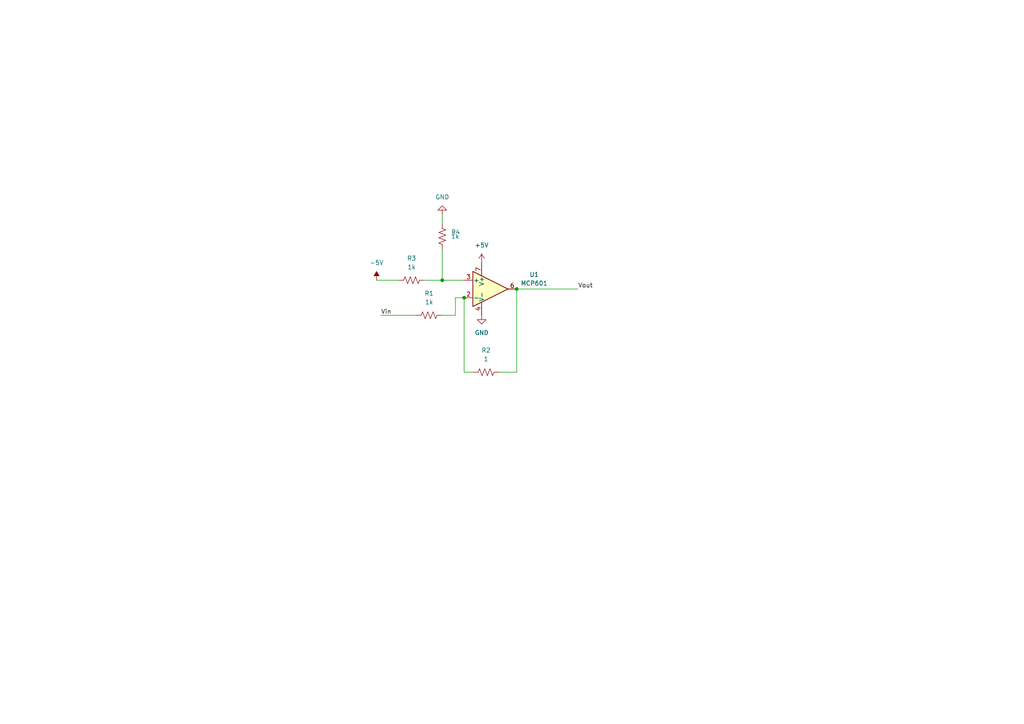
<source format=kicad_sch>
(kicad_sch (version 20230121) (generator eeschema)
  (paper "A4")
  (title_block (title "Inverted Offset Amplifier for Lab 2") (date "2024-02-06") (rev "1") (company "E80 Team 36"))
  (lib_symbols
    (symbol "Amplifier_Operational:MCP601-xP" (pin_names (offset 0.127))
      (property "Reference" "U" (at 0 6.35 0))
      (property "Value" "MCP601-xP" (at 0 3.81 0))
      (symbol "MCP601-xP_0_1"
        (polyline (pts (xy -5.08 5.08) (xy 5.08 0) (xy -5.08 -5.08) (xy -5.08 5.08)) (stroke (width 0.254)) (fill (type background)))
      )
      (symbol "MCP601-xP_1_1"
        (pin no_connect line (at -5.08 -2.54 90) (length 2.54) hide (name "NC") (number "1"))
        (pin input line (at -7.62 -2.54 0) (length 2.54) (name "-") (number "2"))
        (pin input line (at -7.62 2.54 0) (length 2.54) (name "+") (number "3"))
        (pin power_in line (at -2.54 -7.62 90) (length 3.81) (name "V-") (number "4"))
        (pin no_connect line (at -2.54 -2.54 90) (length 2.54) hide (name "NC") (number "5"))
        (pin output line (at 7.62 0 180) (length 2.54) (name "~") (number "6"))
        (pin power_in line (at -2.54 7.62 270) (length 3.81) (name "V+") (number "7"))
        (pin no_connect line (at 0 -2.54 90) (length 2.54) hide (name "NC") (number "8"))
      )
    )
    (symbol "Device:R_US" (pin_numbers hide) (pin_names (offset 0))
      (property "Reference" "R" (at 2.54 0 90))
      (property "Value" "R_US" (at -2.54 0 90))
      (symbol "R_US_0_1"
        (polyline (pts (xy 0 -2.286) (xy 0 -2.54)))
        (polyline (pts (xy 0 2.286) (xy 0 2.54)))
        (polyline (pts (xy 0 -0.762) (xy 1.016 -1.143) (xy 0 -1.524) (xy -1.016 -1.905) (xy 0 -2.286)))
        (polyline (pts (xy 0 0.762) (xy 1.016 0.381) (xy 0 0) (xy -1.016 -0.381) (xy 0 -0.762)))
        (polyline (pts (xy 0 2.286) (xy 1.016 1.905) (xy 0 1.524) (xy -1.016 1.143) (xy 0 0.762)))
      )
      (symbol "R_US_1_1"
        (pin passive line (at 0 3.81 270) (length 1.27) (name "~") (number "1"))
        (pin passive line (at 0 -3.81 90) (length 1.27) (name "~") (number "2"))
      )
    )
    (symbol "power:+5V" (power) (pin_names (offset 0))
      (property "Value" "+5V" (at 0 3.556 0))
      (symbol "+5V_0_1"
        (polyline (pts (xy -0.762 1.27) (xy 0 2.54)))
        (polyline (pts (xy 0 0) (xy 0 2.54)))
        (polyline (pts (xy 0 2.54) (xy 0.762 1.27)))
      )
      (symbol "+5V_1_1"
        (pin power_in line (at 0 0 90) (length 0) hide (name "+5V") (number "1"))
      )
    )
    (symbol "power:-5V" (power) (pin_names (offset 0))
      (property "Value" "-5V" (at 0 3.81 0))
      (symbol "-5V_0_0"
        (pin power_in line (at 0 0 90) (length 0) hide (name "-5V") (number "1"))
      )
      (symbol "-5V_0_1"
        (polyline (pts (xy 0 0) (xy 0 1.27) (xy 0.762 1.27) (xy 0 2.54) (xy -0.762 1.27) (xy 0 1.27)) (fill (type outline)))
      )
    )
    (symbol "power:GND" (power) (pin_names (offset 0))
      (property "Value" "GND" (at 0 -3.81 0))
      (symbol "GND_0_1"
        (polyline (pts (xy 0 0) (xy 0 -1.27) (xy 1.27 -1.27) (xy 0 -2.54) (xy -1.27 -1.27) (xy 0 -1.27)))
      )
      (symbol "GND_1_1"
        (pin power_in line (at 0 0 270) (length 0) hide (name "GND") (number "1"))
      )
    )
  )
  (junction (at 134.62 86.36))
  (junction (at 149.86 83.82))
  (junction (at 128.27 81.28))
  (wire (pts (xy 149.86 107.95) (xy 149.86 83.82)))
  (wire (pts (xy 149.86 83.82) (xy 167.64 83.82)))
  (wire (pts (xy 123.19 81.28) (xy 128.27 81.28)))
  (wire (pts (xy 137.16 107.95) (xy 134.62 107.95)))
  (wire (pts (xy 144.78 107.95) (xy 149.86 107.95)))
  (wire (pts (xy 134.62 107.95) (xy 134.62 86.36)))
  (wire (pts (xy 128.27 62.23) (xy 128.27 64.77)))
  (wire (pts (xy 128.27 81.28) (xy 134.62 81.28)))
  (wire (pts (xy 132.08 86.36) (xy 134.62 86.36)))
  (wire (pts (xy 132.08 91.44) (xy 132.08 86.36)))
  (wire (pts (xy 109.22 81.28) (xy 115.57 81.28)))
  (wire (pts (xy 128.27 72.39) (xy 128.27 81.28)))
  (wire (pts (xy 110.49 91.44) (xy 120.65 91.44)))
  (wire (pts (xy 128.27 91.44) (xy 132.08 91.44)))
  (label "Vin" (at 110.49 91.44 0))
  (label "Vout" (at 167.64 83.82 0))
  (symbol (lib_id "Amplifier_Operational:MCP601-xP") (at 142.24 83.82 0) (unit 1)
    (property "Reference" "U1" (at 154.94 79.6291 0))
    (property "Value" "MCP601" (at 154.94 82.1691 0))
    (property "Footprint" "Package_DIP:DIP-8_W7.62mm" (effects hide))
    (property "Datasheet" "http://ww1.microchip.com/downloads/en/DeviceDoc/21314g.pdf" (effects hide))
  )
  (symbol (lib_id "power:+5V") (at 139.7 76.2 0) (unit 1)
    (property "Reference" "#PWR03" (effects hide))
    (property "Value" "+5V" (at 139.7 71.12 0))
  )
  (symbol (lib_id "power:GND") (at 139.7 91.44 0) (unit 1)
    (property "Reference" "#PWR04" (effects hide))
    (property "Value" "GND" (at 139.7 96.52 0))
  )
  (symbol (lib_id "power:-5V") (at 109.22 81.28 0) (unit 1)
    (property "Reference" "#PWR01" (effects hide))
    (property "Value" "-5V" (at 109.22 76.2 0))
  )
  (symbol (lib_id "power:GND") (at 128.27 62.23 180) (unit 1)
    (property "Reference" "#PWR02" (effects hide))
    (property "Value" "GND" (at 128.27 57.15 0))
  )
  (symbol (lib_id "Device:R_US") (at 119.38 81.28 90) (unit 1)
    (property "Reference" "R3" (at 119.38 74.93 90))
    (property "Value" "1k" (at 119.38 77.47 90))
  )
  (symbol (lib_id "Device:R_US") (at 124.46 91.44 90) (unit 1)
    (property "Reference" "R1" (at 124.46 85.09 90))
    (property "Value" "1k" (at 124.46 87.63 90))
  )
  (symbol (lib_id "Device:R_US") (at 140.97 107.95 90) (unit 1)
    (property "Reference" "R2" (at 140.97 101.6 90))
    (property "Value" "1" (at 140.97 104.14 90))
  )
  (symbol (lib_id "Device:R_US") (at 128.27 68.58 0) (unit 1)
    (property "Reference" "R4" (at 130.81 67.31 0) (effects (justify left)))
    (property "Value" "1k" (at 130.81 68.58 0) (effects (justify left)))
  )
)
</source>
